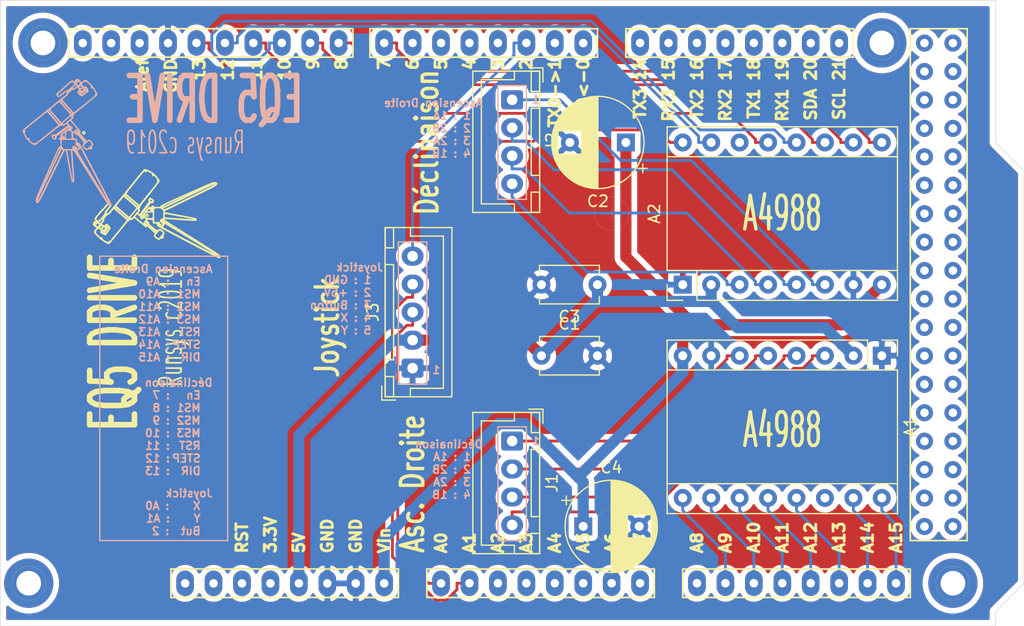
<source format=kicad_pcb>
(kicad_pcb (version 20171130) (host pcbnew 5.1.5-52549c5~84~ubuntu18.04.1)
  (layers (0 F.Cu signal) (31 B.Cu signal) (34 B.Paste user hide) (35 F.Paste user hide) (36 B.SilkS user) (37 F.SilkS user) (38 B.Mask user) (39 F.Mask user) (44 Edge.Cuts user))
  (net 0 "")
  (net 1 "Net-(SH1-Pad19)")
  (net 2 "Net-(SH1-Pad18)")
  (net 3 "Net-(SH1-Pad17)")
  (net 4 "Net-(SH1-Pad16)")
  (net 5 "Net-(SH1-Pad15)")
  (net 6 "Net-(SH1-Pad14)")
  (net 7 /13)
  (net 8 /12)
  (net 9 /11)
  (net 10 /10)
  (net 11 /9)
  (net 12 /8)
  (net 13 /7)
  (net 14 "Net-(SH1-Pad6)")
  (net 15 "Net-(SH1-Pad5)")
  (net 16 "Net-(SH1-Pad4)")
  (net 17 "Net-(SH1-Pad3)")
  (net 18 "Net-(SH1-Pad1)")
  (net 19 /A15)
  (net 20 /A14)
  (net 21 /A13)
  (net 22 /A12)
  (net 23 /A11)
  (net 24 /A10)
  (net 25 /A9)
  (net 26 "Net-(SH1-PadA8)")
  (net 27 "Net-(SH1-PadA7)")
  (net 28 "Net-(SH1-PadA6)")
  (net 29 "Net-(SH1-PadA5)")
  (net 30 "Net-(SH1-PadA4)")
  (net 31 "Net-(SH1-PadA3)")
  (net 32 "Net-(SH1-PadA2)")
  (net 33 "Net-(SH1-Pad21/2)")
  (net 34 "Net-(SH1-Pad20/2)")
  (net 35 "Net-(SH1-PadAREF)")
  (net 36 "Net-(SH1-Pad0)")
  (net 37 "Net-(SH1-Pad20/1)")
  (net 38 "Net-(SH1-Pad21/1)")
  (net 39 "Net-(SH1-Pad5V/3)")
  (net 40 "Net-(SH1-Pad5V/2)")
  (net 41 "Net-(SH1-Pad49)")
  (net 42 "Net-(SH1-Pad48)")
  (net 43 "Net-(SH1-Pad47)")
  (net 44 "Net-(SH1-Pad46)")
  (net 45 "Net-(SH1-Pad45)")
  (net 46 "Net-(SH1-Pad44)")
  (net 47 "Net-(SH1-Pad43)")
  (net 48 "Net-(SH1-Pad42)")
  (net 49 "Net-(SH1-Pad41)")
  (net 50 "Net-(SH1-Pad40)")
  (net 51 "Net-(SH1-Pad39)")
  (net 52 "Net-(SH1-Pad38)")
  (net 53 "Net-(SH1-Pad37)")
  (net 54 "Net-(SH1-Pad36)")
  (net 55 "Net-(SH1-Pad35)")
  (net 56 "Net-(SH1-Pad34)")
  (net 57 "Net-(SH1-Pad33)")
  (net 58 "Net-(SH1-Pad32)")
  (net 59 "Net-(SH1-Pad31)")
  (net 60 "Net-(SH1-Pad30)")
  (net 61 "Net-(SH1-Pad29)")
  (net 62 "Net-(SH1-Pad28)")
  (net 63 "Net-(SH1-Pad27)")
  (net 64 "Net-(SH1-Pad26)")
  (net 65 "Net-(SH1-Pad25)")
  (net 66 "Net-(SH1-Pad24)")
  (net 67 "Net-(SH1-Pad23)")
  (net 68 "Net-(SH1-Pad22)")
  (net 69 "Net-(SH1-Pad53)")
  (net 70 "Net-(SH1-Pad52)")
  (net 71 "Net-(SH1-Pad51)")
  (net 72 "Net-(SH1-Pad50)")
  (net 73 "Net-(SH1-PadGND4)")
  (net 74 "Net-(SH1-Pad3V3)")
  (net 75 "Net-(SH1-PadRST)")
  (net 76 "Net-(SH1-PadIREF)")
  (net 77 "Net-(SH1-PadNC)")
  (net 78 "Net-(A1-Pad3)")
  (net 79 "Net-(A1-Pad4)")
  (net 80 "Net-(A1-Pad5)")
  (net 81 "Net-(A1-Pad6)")
  (net 82 "Net-(A1-Pad14)")
  (net 83 "Net-(A2-Pad3)")
  (net 84 "Net-(A2-Pad4)")
  (net 85 "Net-(A2-Pad5)")
  (net 86 "Net-(A2-Pad6)")
  (net 87 "Net-(A2-Pad14)")
  (net 88 GND)
  (net 89 +5V)
  (net 90 +12V)
  (net 91 "Net-(J3-Pad3)")
  (net 92 "Net-(J3-Pad4)")
  (net 93 "Net-(J3-Pad5)")
  (module Connector_JST:JST_XH_B5B-XH-A_1x05_P2.50mm_Vertical (layer F.Cu) (at 128.27 95.09 90)
    (fp_text reference J3 (at 5 -3.55 90) (layer F.SilkS))
    (fp_text value Conn_01x05_Male)
    (pad 5 thru_hole oval (at 10 0 90) (size 1.7 1.95) (drill 0.95) (layers *.Cu *.Mask) (net 93 "Net-(J3-Pad5)"))
    (pad 4 thru_hole oval (at 7.5 0 90) (size 1.7 1.95) (drill 0.95) (layers *.Cu *.Mask) (net 92 "Net-(J3-Pad4)"))
    (pad 3 thru_hole oval (at 5 0 90) (size 1.7 1.95) (drill 0.95) (layers *.Cu *.Mask) (net 91 "Net-(J3-Pad3)"))
    (pad 2 thru_hole oval (at 2.5 0 90) (size 1.7 1.95) (drill 0.95) (layers *.Cu *.Mask) (net 89 +5V))
    (pad 1 thru_hole roundrect (at 0 0 90) (size 1.7 1.95) (drill 0.95) (layers *.Cu *.Mask) (roundrect_rratio 0.147059) (net 88 GND))
  )
  (module Connector_JST:JST_XH_B4B-XH-A_1x04_P2.50mm_Vertical (layer F.Cu) (at 137.16 71.12 270)
    (fp_text reference J2 (at 3.75 -3.55 90) (layer F.SilkS))
    (fp_text value Conn_01x04_Male)
    (pad 4 thru_hole oval (at 7.5 0 270) (size 1.7 1.95) (drill 0.95) (layers *.Cu *.Mask) (net 83 "Net-(A2-Pad3)"))
    (pad 3 thru_hole oval (at 5 0 270) (size 1.7 1.95) (drill 0.95) (layers *.Cu *.Mask) (net 84 "Net-(A2-Pad4)"))
    (pad 2 thru_hole oval (at 2.5 0 270) (size 1.7 1.95) (drill 0.95) (layers *.Cu *.Mask) (net 85 "Net-(A2-Pad5)"))
    (pad 1 thru_hole roundrect (at 0 0 270) (size 1.7 1.95) (drill 0.95) (layers *.Cu *.Mask) (roundrect_rratio 0.147059) (net 86 "Net-(A2-Pad6)"))
  )
  (module Connector_JST:JST_XH_B4B-XH-A_1x04_P2.50mm_Vertical (layer F.Cu) (at 137.16 101.6 270)
    (fp_text reference J1 (at 3.75 -3.55 90) (layer F.SilkS))
    (fp_text value Conn_01x04_Male)
    (pad 4 thru_hole oval (at 7.5 0 270) (size 1.7 1.95) (drill 0.95) (layers *.Cu *.Mask) (net 78 "Net-(A1-Pad3)"))
    (pad 3 thru_hole oval (at 5 0 270) (size 1.7 1.95) (drill 0.95) (layers *.Cu *.Mask) (net 79 "Net-(A1-Pad4)"))
    (pad 2 thru_hole oval (at 2.5 0 270) (size 1.7 1.95) (drill 0.95) (layers *.Cu *.Mask) (net 80 "Net-(A1-Pad5)"))
    (pad 1 thru_hole roundrect (at 0 0 270) (size 1.7 1.95) (drill 0.95) (layers *.Cu *.Mask) (roundrect_rratio 0.147059) (net 81 "Net-(A1-Pad6)"))
  )
  (module Capacitor_THT:C_Disc_D5.1mm_W3.2mm_P5.00mm (layer F.Cu) (at 144.78 87.63 180)
    (fp_text reference C3 (at 2.5 -2.85) (layer F.SilkS))
    (fp_text value 100n)
    (pad 2 thru_hole circle (at 5 0 180) (size 1.6 1.6) (drill 0.8) (layers *.Cu *.Mask) (net 88 GND))
    (pad 1 thru_hole circle (at 0 0 180) (size 1.6 1.6) (drill 0.8) (layers *.Cu *.Mask) (net 89 +5V))
  )
  (module Capacitor_THT:C_Disc_D5.1mm_W3.2mm_P5.00mm (layer F.Cu) (at 139.78 93.98)
    (fp_text reference C1 (at 2.5 -2.85) (layer F.SilkS))
    (fp_text value 100n)
    (pad 2 thru_hole circle (at 5 0) (size 1.6 1.6) (drill 0.8) (layers *.Cu *.Mask) (net 88 GND))
    (pad 1 thru_hole circle (at 0 0) (size 1.6 1.6) (drill 0.8) (layers *.Cu *.Mask) (net 89 +5V))
  )
  (module logo:tele (layer F.Cu) (at 99.06 74.93)
    (fp_text reference G1 hide)
    (fp_text value LOGO hide)
  )
  (module logo:tele (layer F.Cu) (at 105.41 81.28 90)
    (fp_text reference G0 hide)
    (fp_text value LOGO hide)
  )
  (module Capacitor_THT:CP_Radial_D8.0mm_P5.00mm (layer F.Cu) (at 143.51 109.22)
    (fp_text reference C4 (at 2.5 -5.25) (layer F.SilkS))
    (fp_text value 100u)
    (pad 2 thru_hole circle (at 5 0) (size 1.6 1.6) (drill 0.8) (layers *.Cu *.Mask) (net 88 GND))
    (pad 1 thru_hole rect (at 0 0) (size 1.6 1.6) (drill 0.8) (layers *.Cu *.Mask) (net 90 +12V))
  )
  (module Capacitor_THT:CP_Radial_D8.0mm_P5.00mm (layer F.Cu) (at 147.32 74.93 180)
    (fp_text reference C2 (at 2.5 -5.25) (layer F.SilkS))
    (fp_text value 100u)
    (pad 2 thru_hole circle (at 5 0 180) (size 1.6 1.6) (drill 0.8) (layers *.Cu *.Mask) (net 88 GND))
    (pad 1 thru_hole rect (at 0 0 180) (size 1.6 1.6) (drill 0.8) (layers *.Cu *.Mask) (net 90 +12V))
  )
  (module MountingHole:MountingHole_2.2mm_M2_Pad (layer F.Cu) (at 176.53 114.3)
    (fp_text reference REF2 hide)
    (fp_text value MountingHole_2.2mm_M2_Pad)
    (pad 1 thru_hole circle (at 0 0) (size 4.4 4.4) (drill 2.2) (layers *.Cu *.Mask))
  )
  (module MountingHole:MountingHole_2.2mm_M2_Pad (layer F.Cu) (at 170.18 66.04)
    (fp_text reference REF3 hide)
    (fp_text value MountingHole_2.2mm_M2_Pad)
    (pad 1 thru_hole circle (at 0 0) (size 4.4 4.4) (drill 2.2) (layers *.Cu *.Mask))
  )
  (module MountingHole:MountingHole_2.2mm_M2_Pad (layer F.Cu) (at 93.98 114.3)
    (fp_text reference REF1 hide)
    (fp_text value MountingHole_2.2mm_M2_Pad)
    (pad 1 thru_hole circle (at 0 0) (size 4.4 4.4) (drill 2.2) (layers *.Cu *.Mask))
  )
  (module MountingHole:MountingHole_2.2mm_M2_Pad (layer F.Cu) (at 95.25 66.04)
    (fp_text reference REF** hide)
    (fp_text value MountingHole_2.2mm_M2_Pad)
    (pad 1 thru_hole circle (at 0 0) (size 4.4 4.4) (drill 2.2) (layers *.Cu *.Mask))
  )
  (module Modules:Pololu_Breakout-16_15.2x20.3mm (layer F.Cu) (at 152.4 87.63 90)
    (fp_text reference A2 (at 6.35 -2.54 90) (layer F.SilkS))
    (fp_text value Pololu_Breakout_A4988)
    (pad 1 thru_hole rect (at 0 0 90) (size 1.6 1.6) (drill 0.8) (layers *.Cu *.Mask) (net 88 GND))
    (pad 9 thru_hole oval (at 12.7 17.78 90) (size 1.6 1.6) (drill 0.8) (layers *.Cu *.Mask) (net 13 /7))
    (pad 2 thru_hole oval (at 0 2.54 90) (size 1.6 1.6) (drill 0.8) (layers *.Cu *.Mask) (net 89 +5V))
    (pad 10 thru_hole oval (at 12.7 15.24 90) (size 1.6 1.6) (drill 0.8) (layers *.Cu *.Mask) (net 12 /8))
    (pad 3 thru_hole oval (at 0 5.08 90) (size 1.6 1.6) (drill 0.8) (layers *.Cu *.Mask) (net 83 "Net-(A2-Pad3)"))
    (pad 11 thru_hole oval (at 12.7 12.7 90) (size 1.6 1.6) (drill 0.8) (layers *.Cu *.Mask) (net 11 /9))
    (pad 4 thru_hole oval (at 0 7.62 90) (size 1.6 1.6) (drill 0.8) (layers *.Cu *.Mask) (net 84 "Net-(A2-Pad4)"))
    (pad 12 thru_hole oval (at 12.7 10.16 90) (size 1.6 1.6) (drill 0.8) (layers *.Cu *.Mask) (net 10 /10))
    (pad 5 thru_hole oval (at 0 10.16 90) (size 1.6 1.6) (drill 0.8) (layers *.Cu *.Mask) (net 85 "Net-(A2-Pad5)"))
    (pad 13 thru_hole oval (at 12.7 7.62 90) (size 1.6 1.6) (drill 0.8) (layers *.Cu *.Mask) (net 9 /11))
    (pad 6 thru_hole oval (at 0 12.7 90) (size 1.6 1.6) (drill 0.8) (layers *.Cu *.Mask) (net 86 "Net-(A2-Pad6)"))
    (pad 14 thru_hole oval (at 12.7 5.08 90) (size 1.6 1.6) (drill 0.8) (layers *.Cu *.Mask) (net 87 "Net-(A2-Pad14)"))
    (pad 7 thru_hole oval (at 0 15.24 90) (size 1.6 1.6) (drill 0.8) (layers *.Cu *.Mask) (net 88 GND))
    (pad 15 thru_hole oval (at 12.7 2.54 90) (size 1.6 1.6) (drill 0.8) (layers *.Cu *.Mask) (net 8 /12))
    (pad 8 thru_hole oval (at 0 17.78 90) (size 1.6 1.6) (drill 0.8) (layers *.Cu *.Mask) (net 90 +12V))
    (pad 16 thru_hole oval (at 12.7 0 90) (size 1.6 1.6) (drill 0.8) (layers *.Cu *.Mask) (net 7 /13))
  )
  (module Modules:Pololu_Breakout-16_15.2x20.3mm (layer F.Cu) (at 170.18 93.98 270)
    (fp_text reference A1 (at 6.35 -2.54 90) (layer F.SilkS))
    (fp_text value Pololu_Breakout_A4988)
    (pad 1 thru_hole rect (at 0 0 270) (size 1.6 1.6) (drill 0.8) (layers *.Cu *.Mask) (net 88 GND))
    (pad 9 thru_hole oval (at 12.7 17.78 270) (size 1.6 1.6) (drill 0.8) (layers *.Cu *.Mask) (net 25 /A9))
    (pad 2 thru_hole oval (at 0 2.54 270) (size 1.6 1.6) (drill 0.8) (layers *.Cu *.Mask) (net 89 +5V))
    (pad 10 thru_hole oval (at 12.7 15.24 270) (size 1.6 1.6) (drill 0.8) (layers *.Cu *.Mask) (net 24 /A10))
    (pad 3 thru_hole oval (at 0 5.08 270) (size 1.6 1.6) (drill 0.8) (layers *.Cu *.Mask) (net 78 "Net-(A1-Pad3)"))
    (pad 11 thru_hole oval (at 12.7 12.7 270) (size 1.6 1.6) (drill 0.8) (layers *.Cu *.Mask) (net 23 /A11))
    (pad 4 thru_hole oval (at 0 7.62 270) (size 1.6 1.6) (drill 0.8) (layers *.Cu *.Mask) (net 79 "Net-(A1-Pad4)"))
    (pad 12 thru_hole oval (at 12.7 10.16 270) (size 1.6 1.6) (drill 0.8) (layers *.Cu *.Mask) (net 22 /A12))
    (pad 5 thru_hole oval (at 0 10.16 270) (size 1.6 1.6) (drill 0.8) (layers *.Cu *.Mask) (net 80 "Net-(A1-Pad5)"))
    (pad 13 thru_hole oval (at 12.7 7.62 270) (size 1.6 1.6) (drill 0.8) (layers *.Cu *.Mask) (net 21 /A13))
    (pad 6 thru_hole oval (at 0 12.7 270) (size 1.6 1.6) (drill 0.8) (layers *.Cu *.Mask) (net 81 "Net-(A1-Pad6)"))
    (pad 14 thru_hole oval (at 12.7 5.08 270) (size 1.6 1.6) (drill 0.8) (layers *.Cu *.Mask) (net 82 "Net-(A1-Pad14)"))
    (pad 7 thru_hole oval (at 0 15.24 270) (size 1.6 1.6) (drill 0.8) (layers *.Cu *.Mask) (net 88 GND))
    (pad 15 thru_hole oval (at 12.7 2.54 270) (size 1.6 1.6) (drill 0.8) (layers *.Cu *.Mask) (net 20 /A14))
    (pad 8 thru_hole oval (at 0 17.78 270) (size 1.6 1.6) (drill 0.8) (layers *.Cu *.Mask) (net 90 +12V))
    (pad 16 thru_hole oval (at 12.7 0 270) (size 1.6 1.6) (drill 0.8) (layers *.Cu *.Mask) (net 19 /A15))
  )
  (module SHIELD_ARDUINO:ARDUINO_MEGA_2560_R3_ELL (layer F.Cu) (at 130.81 90.17)
    (fp_text reference SH1 hide)
    (fp_text value ARDUINO_MEGA hide)
    (pad 19 thru_hole oval (at 30.48 -24.13) (size 1.5748 2.286) (drill 0.762) (layers *.Cu *.Mask) (net 1 "Net-(SH1-Pad19)"))
    (pad 18 thru_hole oval (at 27.94 -24.13) (size 1.5748 2.286) (drill 0.762) (layers *.Cu *.Mask) (net 2 "Net-(SH1-Pad18)"))
    (pad 17 thru_hole oval (at 25.4 -24.13) (size 1.5748 2.286) (drill 0.762) (layers *.Cu *.Mask) (net 3 "Net-(SH1-Pad17)"))
    (pad 16 thru_hole oval (at 22.86 -24.13) (size 1.5748 2.286) (drill 0.762) (layers *.Cu *.Mask) (net 4 "Net-(SH1-Pad16)"))
    (pad 15 thru_hole oval (at 20.32 -24.13) (size 1.5748 2.286) (drill 0.762) (layers *.Cu *.Mask) (net 5 "Net-(SH1-Pad15)"))
    (pad 14 thru_hole oval (at 17.78 -24.13) (size 1.5748 2.286) (drill 0.762) (layers *.Cu *.Mask) (net 6 "Net-(SH1-Pad14)"))
    (pad 13 thru_hole oval (at -21.844 -24.13) (size 1.5748 2.286) (drill 0.762) (layers *.Cu *.Mask) (net 7 /13))
    (pad 12 thru_hole oval (at -19.304 -24.13) (size 1.5748 2.286) (drill 0.762) (layers *.Cu *.Mask) (net 8 /12))
    (pad 11 thru_hole oval (at -16.764 -24.13) (size 1.5748 2.286) (drill 0.762) (layers *.Cu *.Mask) (net 9 /11))
    (pad 10 thru_hole oval (at -14.224 -24.13) (size 1.5748 2.286) (drill 0.762) (layers *.Cu *.Mask) (net 10 /10))
    (pad 9 thru_hole oval (at -11.684 -24.13) (size 1.5748 2.286) (drill 0.762) (layers *.Cu *.Mask) (net 11 /9))
    (pad 8 thru_hole oval (at -9.144 -24.13) (size 1.5748 2.286) (drill 0.762) (layers *.Cu *.Mask) (net 12 /8))
    (pad 7 thru_hole oval (at -5.08 -24.13) (size 1.5748 2.286) (drill 0.762) (layers *.Cu *.Mask) (net 13 /7))
    (pad 6 thru_hole oval (at -2.54 -24.13) (size 1.5748 2.286) (drill 0.762) (layers *.Cu *.Mask) (net 14 "Net-(SH1-Pad6)"))
    (pad 5 thru_hole oval (at 0 -24.13) (size 1.5748 2.286) (drill 0.762) (layers *.Cu *.Mask) (net 15 "Net-(SH1-Pad5)"))
    (pad 4 thru_hole oval (at 2.54 -24.13) (size 1.5748 2.286) (drill 0.762) (layers *.Cu *.Mask) (net 16 "Net-(SH1-Pad4)"))
    (pad 3 thru_hole oval (at 5.08 -24.13) (size 1.5748 2.286) (drill 0.762) (layers *.Cu *.Mask) (net 17 "Net-(SH1-Pad3)"))
    (pad 2 thru_hole oval (at 7.62 -24.13) (size 1.5748 2.286) (drill 0.762) (layers *.Cu *.Mask) (net 93 "Net-(J3-Pad5)"))
    (pad 1 thru_hole oval (at 10.16 -24.13) (size 1.5748 2.286) (drill 0.762) (layers *.Cu *.Mask) (net 18 "Net-(SH1-Pad1)"))
    (pad A15 thru_hole oval (at 40.64 24.13) (size 1.5748 2.286) (drill 0.762) (layers *.Cu *.Mask) (net 19 /A15))
    (pad A14 thru_hole oval (at 38.1 24.13) (size 1.5748 2.286) (drill 0.762) (layers *.Cu *.Mask) (net 20 /A14))
    (pad A13 thru_hole oval (at 35.56 24.13) (size 1.5748 2.286) (drill 0.762) (layers *.Cu *.Mask) (net 21 /A13))
    (pad A12 thru_hole oval (at 33.02 24.13) (size 1.5748 2.286) (drill 0.762) (layers *.Cu *.Mask) (net 22 /A12))
    (pad A11 thru_hole oval (at 30.48 24.13) (size 1.5748 2.286) (drill 0.762) (layers *.Cu *.Mask) (net 23 /A11))
    (pad A10 thru_hole oval (at 27.94 24.13) (size 1.5748 2.286) (drill 0.762) (layers *.Cu *.Mask) (net 24 /A10))
    (pad A9 thru_hole oval (at 25.4 24.13) (size 1.5748 2.286) (drill 0.762) (layers *.Cu *.Mask) (net 25 /A9))
    (pad A8 thru_hole oval (at 22.86 24.13) (size 1.5748 2.286) (drill 0.762) (layers *.Cu *.Mask) (net 26 "Net-(SH1-PadA8)"))
    (pad A7 thru_hole oval (at 17.78 24.13) (size 1.5748 2.286) (drill 0.762) (layers *.Cu *.Mask) (net 27 "Net-(SH1-PadA7)"))
    (pad A6 thru_hole oval (at 15.24 24.13) (size 1.5748 2.286) (drill 0.762) (layers *.Cu *.Mask) (net 28 "Net-(SH1-PadA6)"))
    (pad A5 thru_hole oval (at 12.7 24.13) (size 1.5748 2.286) (drill 0.762) (layers *.Cu *.Mask) (net 29 "Net-(SH1-PadA5)"))
    (pad A4 thru_hole oval (at 10.16 24.13) (size 1.5748 2.286) (drill 0.762) (layers *.Cu *.Mask) (net 30 "Net-(SH1-PadA4)"))
    (pad A3 thru_hole oval (at 7.62 24.13) (size 1.5748 2.286) (drill 0.762) (layers *.Cu *.Mask) (net 31 "Net-(SH1-PadA3)"))
    (pad A2 thru_hole oval (at 5.08 24.13) (size 1.5748 2.286) (drill 0.762) (layers *.Cu *.Mask) (net 32 "Net-(SH1-PadA2)"))
    (pad A1 thru_hole oval (at 2.54 24.13) (size 1.5748 2.286) (drill 0.762) (layers *.Cu *.Mask) (net 92 "Net-(J3-Pad4)"))
    (pad 21/2 thru_hole oval (at -32.004 -24.1173) (size 1.5748 2.286) (drill 0.762) (layers *.Cu *.Mask) (net 33 "Net-(SH1-Pad21/2)"))
    (pad 20/2 thru_hole oval (at -29.464 -24.1173) (size 1.5748 2.286) (drill 0.762) (layers *.Cu *.Mask) (net 34 "Net-(SH1-Pad20/2)"))
    (pad AREF thru_hole oval (at -26.924 -24.1173) (size 1.5748 2.286) (drill 0.762) (layers *.Cu *.Mask) (net 35 "Net-(SH1-PadAREF)"))
    (pad GND3 thru_hole oval (at -24.384 -24.1173) (size 1.5748 2.286) (drill 0.762) (layers *.Cu *.Mask) (net 88 GND))
    (pad 0 thru_hole oval (at 12.7 -24.1173) (size 1.5748 2.286) (drill 0.762) (layers *.Cu *.Mask) (net 36 "Net-(SH1-Pad0)"))
    (pad 20/1 thru_hole oval (at 33.02 -24.1173) (size 1.5748 2.286) (drill 0.762) (layers *.Cu *.Mask) (net 37 "Net-(SH1-Pad20/1)"))
    (pad 21/1 thru_hole oval (at 35.56 -24.1173) (size 1.5748 2.286) (drill 0.762) (layers *.Cu *.Mask) (net 38 "Net-(SH1-Pad21/1)"))
    (pad 5V/3 thru_hole circle (at 45.72 -24.1173) (size 1.524 1.524) (drill 0.762) (layers *.Cu *.Mask) (net 39 "Net-(SH1-Pad5V/3)"))
    (pad 5V/2 thru_hole circle (at 43.18 -24.1173) (size 1.524 1.524) (drill 0.762) (layers *.Cu *.Mask) (net 40 "Net-(SH1-Pad5V/2)"))
    (pad 49 thru_hole circle (at 45.72 11.4427) (size 1.524 1.524) (drill 0.762) (layers *.Cu *.Mask) (net 41 "Net-(SH1-Pad49)"))
    (pad 48 thru_hole circle (at 43.18 11.4427) (size 1.524 1.524) (drill 0.762) (layers *.Cu *.Mask) (net 42 "Net-(SH1-Pad48)"))
    (pad 47 thru_hole circle (at 45.72 8.9027) (size 1.524 1.524) (drill 0.762) (layers *.Cu *.Mask) (net 43 "Net-(SH1-Pad47)"))
    (pad 46 thru_hole circle (at 43.18 8.9027) (size 1.524 1.524) (drill 0.762) (layers *.Cu *.Mask) (net 44 "Net-(SH1-Pad46)"))
    (pad 45 thru_hole circle (at 45.72 6.3627) (size 1.524 1.524) (drill 0.762) (layers *.Cu *.Mask) (net 45 "Net-(SH1-Pad45)"))
    (pad 44 thru_hole circle (at 43.18 6.3627) (size 1.524 1.524) (drill 0.762) (layers *.Cu *.Mask) (net 46 "Net-(SH1-Pad44)"))
    (pad 43 thru_hole circle (at 45.72 3.8227) (size 1.524 1.524) (drill 0.762) (layers *.Cu *.Mask) (net 47 "Net-(SH1-Pad43)"))
    (pad 42 thru_hole circle (at 43.18 3.8227) (size 1.524 1.524) (drill 0.762) (layers *.Cu *.Mask) (net 48 "Net-(SH1-Pad42)"))
    (pad 41 thru_hole circle (at 45.72 1.2827) (size 1.524 1.524) (drill 0.762) (layers *.Cu *.Mask) (net 49 "Net-(SH1-Pad41)"))
    (pad 40 thru_hole circle (at 43.18 1.2827) (size 1.524 1.524) (drill 0.762) (layers *.Cu *.Mask) (net 50 "Net-(SH1-Pad40)"))
    (pad 39 thru_hole circle (at 45.72 -1.2573) (size 1.524 1.524) (drill 0.762) (layers *.Cu *.Mask) (net 51 "Net-(SH1-Pad39)"))
    (pad 38 thru_hole circle (at 43.18 -1.2573) (size 1.524 1.524) (drill 0.762) (layers *.Cu *.Mask) (net 52 "Net-(SH1-Pad38)"))
    (pad 37 thru_hole circle (at 45.72 -3.7973) (size 1.524 1.524) (drill 0.762) (layers *.Cu *.Mask) (net 53 "Net-(SH1-Pad37)"))
    (pad 36 thru_hole circle (at 43.18 -3.7973) (size 1.524 1.524) (drill 0.762) (layers *.Cu *.Mask) (net 54 "Net-(SH1-Pad36)"))
    (pad 35 thru_hole circle (at 45.72 -6.3373) (size 1.524 1.524) (drill 0.762) (layers *.Cu *.Mask) (net 55 "Net-(SH1-Pad35)"))
    (pad 34 thru_hole circle (at 43.18 -6.3373) (size 1.524 1.524) (drill 0.762) (layers *.Cu *.Mask) (net 56 "Net-(SH1-Pad34)"))
    (pad 33 thru_hole circle (at 45.72 -8.8773) (size 1.524 1.524) (drill 0.762) (layers *.Cu *.Mask) (net 57 "Net-(SH1-Pad33)"))
    (pad 32 thru_hole circle (at 43.18 -8.8773) (size 1.524 1.524) (drill 0.762) (layers *.Cu *.Mask) (net 58 "Net-(SH1-Pad32)"))
    (pad 31 thru_hole circle (at 45.72 -11.4173) (size 1.524 1.524) (drill 0.762) (layers *.Cu *.Mask) (net 59 "Net-(SH1-Pad31)"))
    (pad 30 thru_hole circle (at 43.18 -11.4173) (size 1.524 1.524) (drill 0.762) (layers *.Cu *.Mask) (net 60 "Net-(SH1-Pad30)"))
    (pad 29 thru_hole circle (at 45.72 -13.9573) (size 1.524 1.524) (drill 0.762) (layers *.Cu *.Mask) (net 61 "Net-(SH1-Pad29)"))
    (pad 28 thru_hole circle (at 43.18 -13.9573) (size 1.524 1.524) (drill 0.762) (layers *.Cu *.Mask) (net 62 "Net-(SH1-Pad28)"))
    (pad 27 thru_hole circle (at 45.72 -16.4973) (size 1.524 1.524) (drill 0.762) (layers *.Cu *.Mask) (net 63 "Net-(SH1-Pad27)"))
    (pad 26 thru_hole circle (at 43.18 -16.4973) (size 1.524 1.524) (drill 0.762) (layers *.Cu *.Mask) (net 64 "Net-(SH1-Pad26)"))
    (pad 25 thru_hole circle (at 45.72 -19.0373) (size 1.524 1.524) (drill 0.762) (layers *.Cu *.Mask) (net 65 "Net-(SH1-Pad25)"))
    (pad 24 thru_hole circle (at 43.18 -19.0373) (size 1.524 1.524) (drill 0.762) (layers *.Cu *.Mask) (net 66 "Net-(SH1-Pad24)"))
    (pad 23 thru_hole circle (at 45.72 -21.5773) (size 1.524 1.524) (drill 0.762) (layers *.Cu *.Mask) (net 67 "Net-(SH1-Pad23)"))
    (pad 22 thru_hole circle (at 43.18 -21.5773) (size 1.524 1.524) (drill 0.762) (layers *.Cu *.Mask) (net 68 "Net-(SH1-Pad22)"))
    (pad 53 thru_hole circle (at 45.72 16.5227) (size 1.524 1.524) (drill 0.762) (layers *.Cu *.Mask) (net 69 "Net-(SH1-Pad53)"))
    (pad 52 thru_hole circle (at 43.18 16.5227) (size 1.524 1.524) (drill 0.762) (layers *.Cu *.Mask) (net 70 "Net-(SH1-Pad52)"))
    (pad 51 thru_hole circle (at 45.72 13.9827) (size 1.524 1.524) (drill 0.762) (layers *.Cu *.Mask) (net 71 "Net-(SH1-Pad51)"))
    (pad 50 thru_hole circle (at 43.18 13.9827) (size 1.524 1.524) (drill 0.762) (layers *.Cu *.Mask) (net 72 "Net-(SH1-Pad50)"))
    (pad GND5 thru_hole circle (at 45.72 19.0627) (size 1.524 1.524) (drill 0.762) (layers *.Cu *.Mask))
    (pad GND4 thru_hole circle (at 43.18 19.0627) (size 1.524 1.524) (drill 0.762) (layers *.Cu *.Mask) (net 73 "Net-(SH1-PadGND4)"))
    (pad A0 thru_hole oval (at 0 24.1427) (size 1.5748 2.286) (drill 0.762) (layers *.Cu *.Mask) (net 91 "Net-(J3-Pad3)"))
    (pad VIN thru_hole oval (at -5.08 24.1427) (size 1.5748 2.286) (drill 0.762) (layers *.Cu *.Mask) (net 90 +12V))
    (pad GND2 thru_hole oval (at -7.62 24.1427) (size 1.5748 2.286) (drill 0.762) (layers *.Cu *.Mask) (net 88 GND))
    (pad GND1 thru_hole oval (at -10.16 24.1427) (size 1.5748 2.286) (drill 0.762) (layers *.Cu *.Mask) (net 88 GND))
    (pad 5V/1 thru_hole oval (at -12.7 24.1427) (size 1.5748 2.286) (drill 0.762) (layers *.Cu *.Mask) (net 89 +5V))
    (pad 3V3 thru_hole oval (at -15.24 24.1427) (size 1.5748 2.286) (drill 0.762) (layers *.Cu *.Mask) (net 74 "Net-(SH1-Pad3V3)"))
    (pad RST thru_hole oval (at -17.78 24.1427) (size 1.5748 2.286) (drill 0.762) (layers *.Cu *.Mask) (net 75 "Net-(SH1-PadRST)"))
    (pad IREF thru_hole oval (at -20.32 24.1427) (size 1.5748 2.286) (drill 0.762) (layers *.Cu *.Mask) (net 76 "Net-(SH1-PadIREF)"))
    (pad NC thru_hole oval (at -22.86 24.1427) (size 1.5748 2.286) (drill 0.762) (layers *.Cu *.Mask) (net 77 "Net-(SH1-PadNC)"))
  )
  (gr_line (start 111.76 85.09) (end 111.76 110.49) (layer B.SilkS) (width 0.12))
  (gr_line (start 100.33 85.09) (end 111.76 85.09) (layer B.SilkS) (width 0.12))
  (gr_line (start 100.33 110.49) (end 100.33 85.09) (layer B.SilkS) (width 0.12))
  (gr_line (start 111.76 110.49) (end 100.33 110.49) (layer B.SilkS) (width 0.12))
  (gr_line (start 180.34 118.11) (end 180.34 116.84) (layer Edge.Cuts) (width 0.05))
  (gr_line (start 180.34 118.11) (end 91.44 118.11) (layer Edge.Cuts) (width 0.05))
  (gr_line (start 182.88 77.47) (end 182.88 81.28) (layer Edge.Cuts) (width 0.05))
  (gr_line (start 180.34 74.93) (end 182.88 77.47) (layer Edge.Cuts) (width 0.05))
  (gr_line (start 180.34 62.23) (end 180.34 74.93) (layer Edge.Cuts) (width 0.05))
  (gr_line (start 182.88 114.3) (end 182.88 81.28) (layer Edge.Cuts) (width 0.05))
  (gr_line (start 180.34 116.84) (end 182.88 114.3) (layer Edge.Cuts) (width 0.05))
  (gr_text "\n: 7\n: 8\n: 9\n: 10\n: 11  \n: 12\n: 13" (at 106.68 100.33) (layer B.SilkS) (effects (font (size 0.7 0.7)) (justify left mirror)))
  (gr_text "\n: A9\n: A10\n: A11\n: A12\n: A13  \n: A14\n: A15" (at 106.68 90.17) (layer B.SilkS) (effects (font (size 0.7 0.7)) (justify left mirror)))
  (gr_text 1 (at 130.81 95.25) (layer B.SilkS) (effects (font (size 0.7 0.7)) (justify left mirror)))
  (gr_text 1 (at 139.7 101.6) (layer B.SilkS) (effects (font (size 0.7 0.7)) (justify left mirror)))
  (gr_text 1 (at 139.7 71.12) (layer B.SilkS) (effects (font (size 0.7 0.7)) (justify left mirror)))
  (gr_text "Joystick\n  1 : GND\n  2 : +5V\n  3 : Button\n  4 : X\n  5 : Y\n" (at 125.73 88.9) (layer B.SilkS) (effects (font (size 0.7 0.7)) (justify left mirror)))
  (gr_text "Déclinaison\n  En\n  MS1\n  MS2\n  MS3\n  RST\n  STEP\n  DIR" (at 110.49 100.33) (layer B.SilkS) (effects (font (size 0.7 0.7)) (justify left mirror)))
  (gr_text "Ascension Droite\n  En\n  MS1\n  MS2\n  MS3\n  RST  \n  STEP\n  DIR" (at 110.49 90.17) (layer B.SilkS) (effects (font (size 0.7 0.7)) (justify left mirror)))
  (gr_text "Joystick\n  X    : A0\n  Y    : A1\n  But  : 2\n" (at 110.49 107.95) (layer B.SilkS) (effects (font (size 0.7 0.7)) (justify left mirror)))
  (gr_line (start 127 96.52) (end 129.54 96.52) (layer B.SilkS) (width 0.12))
  (gr_line (start 129.54 96.52) (end 129.54 83.82) (layer B.SilkS) (width 0.12))
  (gr_line (start 127 83.82) (end 127 96.52) (layer B.SilkS) (width 0.12))
  (gr_line (start 129.54 83.82) (end 127 83.82) (layer B.SilkS) (width 0.12))
  (gr_line (start 138.43 100.33) (end 135.89 100.33) (layer B.SilkS) (width 0.12))
  (gr_line (start 138.43 110.49) (end 138.43 100.33) (layer B.SilkS) (width 0.12))
  (gr_line (start 135.89 110.49) (end 138.43 110.49) (layer B.SilkS) (width 0.12))
  (gr_line (start 135.89 100.33) (end 135.89 110.49) (layer B.SilkS) (width 0.12))
  (gr_line (start 135.89 69.85) (end 135.89 80.01) (layer B.SilkS) (width 0.12))
  (gr_line (start 138.43 69.85) (end 135.89 69.85) (layer B.SilkS) (width 0.12))
  (gr_line (start 138.43 80.01) (end 138.43 69.85) (layer B.SilkS) (width 0.12))
  (gr_line (start 135.89 80.01) (end 138.43 80.01) (layer B.SilkS) (width 0.12))
  (gr_text "Runsys c2019" (at 107.95 74.93) (layer B.SilkS) (effects (font (size 2 1)) (justify mirror)))
  (gr_text "EQ5 DRIVE" (at 110.49 71.12) (layer B.SilkS) (effects (font (size 4 2) (thickness 0.5)) (justify mirror)))
  (gr_text "Déclinaison\n  1 : 1A\n  2 : 2B\n  3 : 2A\n  4 : 1B" (at 134.62 104.14) (layer B.SilkS) (effects (font (size 0.7 0.7)) (justify left mirror)))
  (gr_text "Ascension Droite\n  1 : 1A\n  2 : 2B\n  3 : 2A\n  4 : 1B" (at 134.62 73.66) (layer B.SilkS) (effects (font (size 0.7 0.7)) (justify left mirror)))
  (gr_text A4988 (at 161.29 100.618087) (layer F.SilkS) (effects (font (size 3 1.5) (thickness 0.3))))
  (gr_text A4988 (at 161.29 81.28) (layer F.SilkS) (effects (font (size 3 1.5) (thickness 0.3))))
  (gr_text 8 (at 121.92 67.31 90) (layer F.SilkS) (effects (font (size 1 1) (thickness 0.25)) (justify right)))
  (gr_text 9 (at 119.38 67.31 90) (layer F.SilkS) (effects (font (size 1 1) (thickness 0.25)) (justify right)))
  (gr_text 10 (at 116.84 67.31 90) (layer F.SilkS) (effects (font (size 1 1) (thickness 0.25)) (justify right)))
  (gr_text 11 (at 114.3 67.31 90) (layer F.SilkS) (effects (font (size 1 1) (thickness 0.25)) (justify right)))
  (gr_text 12 (at 111.76 67.31 90) (layer F.SilkS) (effects (font (size 1 1) (thickness 0.25)) (justify right)))
  (gr_text 13 (at 109.22 67.31 90) (layer F.SilkS) (effects (font (size 1 1) (thickness 0.25)) (justify right)))
  (gr_text "GND\n" (at 106.68 67.31 90) (layer F.SilkS) (effects (font (size 1 1) (thickness 0.25)) (justify right)))
  (gr_text Aref (at 104.14 67.31 90) (layer F.SilkS) (effects (font (size 1 1) (thickness 0.25)) (justify right)))
  (gr_text "SCL 21\n" (at 166.37 67.31 90) (layer F.SilkS) (effects (font (size 1 1) (thickness 0.25)) (justify right)))
  (gr_text "SDA 20" (at 163.83 67.31 90) (layer F.SilkS) (effects (font (size 1 1) (thickness 0.25)) (justify right)))
  (gr_text "RX1 19" (at 161.29 67.31 90) (layer F.SilkS) (effects (font (size 1 1) (thickness 0.25)) (justify right)))
  (gr_text "TX1 18" (at 158.75 67.31 90) (layer F.SilkS) (effects (font (size 1 1) (thickness 0.25)) (justify right)))
  (gr_text "RX2 17" (at 156.21 67.31 90) (layer F.SilkS) (effects (font (size 1 1) (thickness 0.25)) (justify right)))
  (gr_text "TX2 16" (at 153.67 67.31 90) (layer F.SilkS) (effects (font (size 1 1) (thickness 0.25)) (justify right)))
  (gr_text "RX3 15" (at 151.13 67.31 90) (layer F.SilkS) (effects (font (size 1 1) (thickness 0.25)) (justify right)))
  (gr_text "TX3 14" (at 148.59 67.31 90) (layer F.SilkS) (effects (font (size 1 1) (thickness 0.25)) (justify right)))
  (gr_text RX0<-0 (at 143.51 67.31 90) (layer F.SilkS) (effects (font (size 1 1) (thickness 0.25)) (justify right)))
  (gr_text TX0->1 (at 140.97 67.31 90) (layer F.SilkS) (effects (font (size 1 1) (thickness 0.25)) (justify right)))
  (gr_text 2 (at 138.43 67.31 90) (layer F.SilkS) (effects (font (size 1 1) (thickness 0.25)) (justify right)))
  (gr_text 3 (at 135.89 67.31 90) (layer F.SilkS) (effects (font (size 1 1) (thickness 0.25)) (justify right)))
  (gr_text 4 (at 133.35 67.31 90) (layer F.SilkS) (effects (font (size 1 1) (thickness 0.25)) (justify right)))
  (gr_text 5 (at 130.81 67.31 90) (layer F.SilkS) (effects (font (size 1 1) (thickness 0.25)) (justify right)))
  (gr_text "6\n" (at 128.27 67.31 90) (layer F.SilkS) (effects (font (size 1 1) (thickness 0.25)) (justify right)))
  (gr_text 7 (at 125.73 67.31 90) (layer F.SilkS) (effects (font (size 1 1) (thickness 0.25)) (justify right)))
  (gr_text A15 (at 171.45 111.76 90) (layer F.SilkS) (effects (font (size 1 1) (thickness 0.25)) (justify left)))
  (gr_text "A14\n" (at 168.91 111.76 90) (layer F.SilkS) (effects (font (size 1 1) (thickness 0.25)) (justify left)))
  (gr_text A13 (at 166.37 111.76 90) (layer F.SilkS) (effects (font (size 1 1) (thickness 0.25)) (justify left)))
  (gr_text "A12\n" (at 163.83 111.76 90) (layer F.SilkS) (effects (font (size 1 1) (thickness 0.25)) (justify left)))
  (gr_text A11 (at 161.29 111.76 90) (layer F.SilkS) (effects (font (size 1 1) (thickness 0.25)) (justify left)))
  (gr_text A10 (at 158.75 111.76 90) (layer F.SilkS) (effects (font (size 1 1) (thickness 0.25)) (justify left)))
  (gr_text A9 (at 156.21 111.76 90) (layer F.SilkS) (effects (font (size 1 1) (thickness 0.25)) (justify left)))
  (gr_text A8 (at 153.67 111.76 90) (layer F.SilkS) (effects (font (size 1 1) (thickness 0.25)) (justify left)))
  (gr_text "A7\n" (at 148.59 111.76 90) (layer F.SilkS) (effects (font (size 1 1) (thickness 0.25)) (justify left)))
  (gr_text A6 (at 146.05 111.76 90) (layer F.SilkS) (effects (font (size 1 1) (thickness 0.25)) (justify left)))
  (gr_text A5 (at 143.51 111.76 90) (layer F.SilkS) (effects (font (size 1 1) (thickness 0.25)) (justify left)))
  (gr_text A4 (at 140.97 111.76 90) (layer F.SilkS) (effects (font (size 1 1) (thickness 0.25)) (justify left)))
  (gr_text "A3\n" (at 138.43 111.76 90) (layer F.SilkS) (effects (font (size 1 1) (thickness 0.25)) (justify left)))
  (gr_text A2 (at 135.89 111.76 90) (layer F.SilkS) (effects (font (size 1 1) (thickness 0.25)) (justify left)))
  (gr_text A1 (at 133.35 111.76 90) (layer F.SilkS) (effects (font (size 1 1) (thickness 0.25)) (justify left)))
  (gr_text A0 (at 130.81 111.76 90) (layer F.SilkS) (effects (font (size 1 1) (thickness 0.25)) (justify left)))
  (gr_text "RST\n" (at 113.03 111.76 90) (layer F.SilkS) (effects (font (size 1 1) (thickness 0.25)) (justify left)))
  (gr_text 3.3V (at 115.57 111.76 90) (layer F.SilkS) (effects (font (size 1 1) (thickness 0.25)) (justify left)))
  (gr_text 5V (at 118.11 111.76 90) (layer F.SilkS) (effects (font (size 1 1) (thickness 0.25)) (justify left)))
  (gr_text Vin (at 125.73 111.76 90) (layer F.SilkS) (effects (font (size 1 1) (thickness 0.25)) (justify left)))
  (gr_text GND (at 120.65 111.76 90) (layer F.SilkS) (effects (font (size 1 1) (thickness 0.25)) (justify left)))
  (gr_text GND (at 123.19 111.76 90) (layer F.SilkS) (effects (font (size 1 1) (thickness 0.25)) (justify left)))
  (gr_text Joystick (at 120.65 91.44 90) (layer F.SilkS) (effects (font (size 2 1.5) (thickness 0.3))))
  (gr_text Déclinaison (at 129.54 74.93 90) (layer F.SilkS) (effects (font (size 2 1.5) (thickness 0.3))))
  (gr_text "Asc. Droite" (at 128.27 105.41 90) (layer F.SilkS) (effects (font (size 2 1.5) (thickness 0.3))))
  (gr_text "Runsys c2019" (at 106.68 91.44 90) (layer F.SilkS) (effects (font (size 2 1))))
  (gr_text "EQ5 DRIVE" (at 101.6 92.71 90) (layer F.SilkS) (effects (font (size 4 2) (thickness 0.5))))
  (gr_line (start 91.44 118.11) (end 91.44 62.23) (layer Edge.Cuts) (width 0.05))
  (gr_line (start 91.44 62.23) (end 180.34 62.23) (layer Edge.Cuts) (width 0.05))
  (segment (start 152.4 74.93) (end 151.2747 74.93) (width 0.25) (layer F.Cu) (net 7))
  (segment (start 108.966 66.04) (end 110.0787 66.04) (width 0.25) (layer F.Cu) (net 7))
  (segment (start 110.0787 66.04) (end 110.0787 66.5964) (width 0.25) (layer F.Cu) (net 7))
  (segment (start 110.0787 66.5964) (end 118.3117 74.8294) (width 0.25) (layer F.Cu) (net 7))
  (segment (start 118.3117 74.8294) (end 139.0643 74.8294) (width 0.25) (layer F.Cu) (net 7))
  (segment (start 139.0643 74.8294) (end 140.089 73.8047) (width 0.25) (layer F.Cu) (net 7))
  (segment (start 140.089 73.8047) (end 150.1494 73.8047) (width 0.25) (layer F.Cu) (net 7))
  (segment (start 150.1494 73.8047) (end 151.2747 74.93) (width 0.25) (layer F.Cu) (net 7))
  (segment (start 154.94 74.93) (end 153.8147 74.93) (width 0.25) (layer B.Cu) (net 8))
  (segment (start 111.506 66.04) (end 112.6187 66.04) (width 0.25) (layer B.Cu) (net 8))
  (segment (start 112.6187 66.04) (end 112.6187 65.4837) (width 0.25) (layer B.Cu) (net 8))
  (segment (start 112.6187 65.4837) (end 113.5376 64.5648) (width 0.25) (layer B.Cu) (net 8))
  (segment (start 113.5376 64.5648) (end 144.0121 64.5648) (width 0.25) (layer B.Cu) (net 8))
  (segment (start 144.0121 64.5648) (end 153.8147 74.3674) (width 0.25) (layer B.Cu) (net 8))
  (segment (start 153.8147 74.3674) (end 153.8147 74.93) (width 0.25) (layer B.Cu) (net 8))
  (segment (start 160.02 74.93) (end 158.8947 74.93) (width 0.25) (layer F.Cu) (net 9))
  (segment (start 114.046 66.04) (end 115.1587 66.04) (width 0.25) (layer F.Cu) (net 9))
  (segment (start 115.1587 66.04) (end 115.1587 66.5963) (width 0.25) (layer F.Cu) (net 9))
  (segment (start 115.1587 66.5963) (end 120.8944 72.332) (width 0.25) (layer F.Cu) (net 9))
  (segment (start 120.8944 72.332) (end 156.578 72.332) (width 0.25) (layer F.Cu) (net 9))
  (segment (start 156.578 72.332) (end 158.8947 74.6487) (width 0.25) (layer F.Cu) (net 9))
  (segment (start 158.8947 74.6487) (end 158.8947 74.93) (width 0.25) (layer F.Cu) (net 9))
  (segment (start 162.56 74.93) (end 161.4347 74.93) (width 0.25) (layer B.Cu) (net 10))
  (segment (start 116.586 66.04) (end 115.4733 66.04) (width 0.25) (layer B.Cu) (net 10))
  (segment (start 115.4733 66.04) (end 115.4733 66.5963) (width 0.25) (layer B.Cu) (net 10))
  (segment (start 115.4733 66.5963) (end 114.5494 67.5202) (width 0.25) (layer B.Cu) (net 10))
  (segment (start 114.5494 67.5202) (end 111.0242 67.5202) (width 0.25) (layer B.Cu) (net 10))
  (segment (start 111.0242 67.5202) (end 110.3345 66.8305) (width 0.25) (layer B.Cu) (net 10))
  (segment (start 110.3345 66.8305) (end 110.3345 65.2821) (width 0.25) (layer B.Cu) (net 10))
  (segment (start 110.3345 65.2821) (end 111.5166 64.1) (width 0.25) (layer B.Cu) (net 10))
  (segment (start 111.5166 64.1) (end 144.2271 64.1) (width 0.25) (layer B.Cu) (net 10))
  (segment (start 144.2271 64.1) (end 153.9318 73.8047) (width 0.25) (layer B.Cu) (net 10))
  (segment (start 153.9318 73.8047) (end 160.5908 73.8047) (width 0.25) (layer B.Cu) (net 10))
  (segment (start 160.5908 73.8047) (end 161.4347 74.6486) (width 0.25) (layer B.Cu) (net 10))
  (segment (start 161.4347 74.6486) (end 161.4347 74.93) (width 0.25) (layer B.Cu) (net 10))
  (segment (start 165.1 74.93) (end 163.9747 74.93) (width 0.25) (layer F.Cu) (net 11))
  (segment (start 119.126 66.04) (end 120.2387 66.04) (width 0.25) (layer F.Cu) (net 11))
  (segment (start 120.2387 66.04) (end 120.2387 66.5963) (width 0.25) (layer F.Cu) (net 11))
  (segment (start 120.2387 66.5963) (end 123.4138 69.7714) (width 0.25) (layer F.Cu) (net 11))
  (segment (start 123.4138 69.7714) (end 159.0974 69.7714) (width 0.25) (layer F.Cu) (net 11))
  (segment (start 159.0974 69.7714) (end 163.9747 74.6487) (width 0.25) (layer F.Cu) (net 11))
  (segment (start 163.9747 74.6487) (end 163.9747 74.93) (width 0.25) (layer F.Cu) (net 11))
  (segment (start 166.5147 74.93) (end 166.5147 74.6801) (width 0.25) (layer F.Cu) (net 12))
  (segment (start 166.5147 74.6801) (end 161.1556 69.321) (width 0.25) (layer F.Cu) (net 12))
  (segment (start 161.1556 69.321) (end 126.0597 69.321) (width 0.25) (layer F.Cu) (net 12))
  (segment (start 126.0597 69.321) (end 122.7787 66.04) (width 0.25) (layer F.Cu) (net 12))
  (segment (start 167.64 74.93) (end 166.5147 74.93) (width 0.25) (layer F.Cu) (net 12))
  (segment (start 121.666 66.04) (end 122.7787 66.04) (width 0.25) (layer F.Cu) (net 12))
  (segment (start 170.18 74.93) (end 169.0547 74.93) (width 0.25) (layer F.Cu) (net 13))
  (segment (start 125.73 66.04) (end 126.8427 66.04) (width 0.25) (layer F.Cu) (net 13))
  (segment (start 126.8427 66.04) (end 126.8427 66.5963) (width 0.25) (layer F.Cu) (net 13))
  (segment (start 126.8427 66.5963) (end 128.8131 68.5667) (width 0.25) (layer F.Cu) (net 13))
  (segment (start 128.8131 68.5667) (end 162.9727 68.5667) (width 0.25) (layer F.Cu) (net 13))
  (segment (start 162.9727 68.5667) (end 169.0547 74.6487) (width 0.25) (layer F.Cu) (net 13))
  (segment (start 169.0547 74.6487) (end 169.0547 74.93) (width 0.25) (layer F.Cu) (net 13))
  (segment (start 170.18 106.68) (end 170.18 107.8053) (width 0.25) (layer B.Cu) (net 19))
  (segment (start 171.45 114.3) (end 171.45 109.0753) (width 0.25) (layer B.Cu) (net 19))
  (segment (start 171.45 109.0753) (end 170.18 107.8053) (width 0.25) (layer B.Cu) (net 19))
  (segment (start 167.64 106.68) (end 167.64 107.8053) (width 0.25) (layer B.Cu) (net 20))
  (segment (start 168.91 114.3) (end 168.91 109.0753) (width 0.25) (layer B.Cu) (net 20))
  (segment (start 168.91 109.0753) (end 167.64 107.8053) (width 0.25) (layer B.Cu) (net 20))
  (segment (start 162.56 106.68) (end 162.56 107.8053) (width 0.25) (layer B.Cu) (net 21))
  (segment (start 166.37 114.3) (end 166.37 111.6153) (width 0.25) (layer B.Cu) (net 21))
  (segment (start 166.37 111.6153) (end 162.56 107.8053) (width 0.25) (layer B.Cu) (net 21))
  (segment (start 160.02 106.68) (end 160.02 107.8053) (width 0.25) (layer B.Cu) (net 22))
  (segment (start 163.83 114.3) (end 163.83 111.6153) (width 0.25) (layer B.Cu) (net 22))
  (segment (start 163.83 111.6153) (end 160.02 107.8053) (width 0.25) (layer B.Cu) (net 22))
  (segment (start 157.48 106.68) (end 157.48 107.8053) (width 0.25) (layer B.Cu) (net 23))
  (segment (start 161.29 114.3) (end 161.29 111.6153) (width 0.25) (layer B.Cu) (net 23))
  (segment (start 161.29 111.6153) (end 157.48 107.8053) (width 0.25) (layer B.Cu) (net 23))
  (segment (start 154.94 106.68) (end 154.94 107.8053) (width 0.25) (layer B.Cu) (net 24))
  (segment (start 158.75 114.3) (end 158.75 111.6153) (width 0.25) (layer B.Cu) (net 24))
  (segment (start 158.75 111.6153) (end 154.94 107.8053) (width 0.25) (layer B.Cu) (net 24))
  (segment (start 152.4 106.68) (end 152.4 107.8053) (width 0.25) (layer B.Cu) (net 25))
  (segment (start 156.21 114.3) (end 156.21 111.6153) (width 0.25) (layer B.Cu) (net 25))
  (segment (start 156.21 111.6153) (end 152.4 107.8053) (width 0.25) (layer B.Cu) (net 25))
  (segment (start 137.16 109.1) (end 137.16 107.9247) (width 0.25) (layer F.Cu) (net 78))
  (segment (start 165.1 93.98) (end 163.9747 93.98) (width 0.25) (layer F.Cu) (net 78))
  (segment (start 163.9747 93.98) (end 163.9747 94.2614) (width 0.25) (layer F.Cu) (net 78))
  (segment (start 163.9747 94.2614) (end 163.1308 95.1053) (width 0.25) (layer F.Cu) (net 78))
  (segment (start 163.1308 95.1053) (end 162.2897 95.1053) (width 0.25) (layer F.Cu) (net 78))
  (segment (start 162.2897 95.1053) (end 149.4703 107.9247) (width 0.25) (layer F.Cu) (net 78))
  (segment (start 149.4703 107.9247) (end 137.16 107.9247) (width 0.25) (layer F.Cu) (net 78))
  (segment (start 162.56 93.98) (end 161.4347 93.98) (width 0.25) (layer F.Cu) (net 79))
  (segment (start 161.4347 93.98) (end 161.4347 94.2613) (width 0.25) (layer F.Cu) (net 79))
  (segment (start 161.4347 94.2613) (end 149.096 106.6) (width 0.25) (layer F.Cu) (net 79))
  (segment (start 149.096 106.6) (end 137.16 106.6) (width 0.25) (layer F.Cu) (net 79))
  (segment (start 160.02 93.98) (end 158.8947 93.98) (width 0.25) (layer F.Cu) (net 80))
  (segment (start 158.8947 93.98) (end 158.8947 94.2613) (width 0.25) (layer F.Cu) (net 80))
  (segment (start 158.8947 94.2613) (end 149.056 104.1) (width 0.25) (layer F.Cu) (net 80))
  (segment (start 149.056 104.1) (end 137.16 104.1) (width 0.25) (layer F.Cu) (net 80))
  (segment (start 157.48 93.98) (end 156.3547 93.98) (width 0.25) (layer F.Cu) (net 81))
  (segment (start 156.3547 93.98) (end 156.3547 94.2613) (width 0.25) (layer F.Cu) (net 81))
  (segment (start 156.3547 94.2613) (end 149.016 101.6) (width 0.25) (layer F.Cu) (net 81))
  (segment (start 149.016 101.6) (end 137.16 101.6) (width 0.25) (layer F.Cu) (net 81))
  (segment (start 137.16 78.62) (end 137.16 79.7953) (width 0.25) (layer B.Cu) (net 83))
  (segment (start 157.48 87.63) (end 156.3547 87.63) (width 0.25) (layer B.Cu) (net 83))
  (segment (start 156.3547 87.63) (end 156.3547 87.3486) (width 0.25) (layer B.Cu) (net 83))
  (segment (start 156.3547 87.3486) (end 155.5108 86.5047) (width 0.25) (layer B.Cu) (net 83))
  (segment (start 155.5108 86.5047) (end 143.8694 86.5047) (width 0.25) (layer B.Cu) (net 83))
  (segment (start 143.8694 86.5047) (end 137.16 79.7953) (width 0.25) (layer B.Cu) (net 83))
  (segment (start 137.16 76.12) (end 137.16 77.2953) (width 0.25) (layer B.Cu) (net 84))
  (segment (start 160.02 87.63) (end 158.8947 87.63) (width 0.25) (layer B.Cu) (net 84))
  (segment (start 158.8947 87.63) (end 158.8947 87.3487) (width 0.25) (layer B.Cu) (net 84))
  (segment (start 158.8947 87.3487) (end 152.7775 81.2315) (width 0.25) (layer B.Cu) (net 84))
  (segment (start 152.7775 81.2315) (end 142.2715 81.2315) (width 0.25) (layer B.Cu) (net 84))
  (segment (start 142.2715 81.2315) (end 138.3353 77.2953) (width 0.25) (layer B.Cu) (net 84))
  (segment (start 138.3353 77.2953) (end 137.16 77.2953) (width 0.25) (layer B.Cu) (net 84))
  (segment (start 137.16 73.62) (end 137.16 74.7953) (width 0.25) (layer B.Cu) (net 85))
  (segment (start 162.56 87.63) (end 161.4347 87.63) (width 0.25) (layer B.Cu) (net 85))
  (segment (start 161.4347 87.63) (end 161.4347 87.3487) (width 0.25) (layer B.Cu) (net 85))
  (segment (start 161.4347 87.3487) (end 151.4491 77.3631) (width 0.25) (layer B.Cu) (net 85))
  (segment (start 151.4491 77.3631) (end 140.9031 77.3631) (width 0.25) (layer B.Cu) (net 85))
  (segment (start 140.9031 77.3631) (end 138.3353 74.7953) (width 0.25) (layer B.Cu) (net 85))
  (segment (start 138.3353 74.7953) (end 137.16 74.7953) (width 0.25) (layer B.Cu) (net 85))
  (segment (start 165.1 87.63) (end 163.9747 87.63) (width 0.25) (layer B.Cu) (net 86))
  (segment (start 163.9747 87.63) (end 163.9747 87.3487) (width 0.25) (layer B.Cu) (net 86))
  (segment (start 163.9747 87.3487) (end 153.1572 76.5312) (width 0.25) (layer B.Cu) (net 86))
  (segment (start 153.1572 76.5312) (end 146.842 76.5312) (width 0.25) (layer B.Cu) (net 86))
  (segment (start 146.842 76.5312) (end 141.4308 71.12) (width 0.25) (layer B.Cu) (net 86))
  (segment (start 141.4308 71.12) (end 137.16 71.12) (width 0.25) (layer B.Cu) (net 86))
  (segment (start 167.64 93.98) (end 165.1347 91.4747) (width 1) (layer B.Cu) (net 89))
  (segment (start 165.1347 91.4747) (end 157.2844 91.4747) (width 1) (layer B.Cu) (net 89))
  (segment (start 157.2844 91.4747) (end 154.94 89.1303) (width 1) (layer B.Cu) (net 89))
  (segment (start 144.78 89.1303) (end 144.78 87.63) (width 1) (layer B.Cu) (net 89))
  (segment (start 139.78 93.98) (end 144.6297 89.1303) (width 1) (layer B.Cu) (net 89))
  (segment (start 144.6297 89.1303) (end 144.78 89.1303) (width 1) (layer B.Cu) (net 89))
  (segment (start 144.78 89.1303) (end 154.94 89.1303) (width 1) (layer B.Cu) (net 89))
  (segment (start 154.94 87.63) (end 154.94 89.1303) (width 1) (layer B.Cu) (net 89))
  (segment (start 139.78 93.98) (end 138.39 92.59) (width 1) (layer F.Cu) (net 89))
  (segment (start 138.39 92.59) (end 128.27 92.59) (width 1) (layer F.Cu) (net 89))
  (segment (start 128.27 92.59) (end 126.5947 92.59) (width 1) (layer B.Cu) (net 89))
  (segment (start 118.11 114.3127) (end 118.11 101.0747) (width 1) (layer B.Cu) (net 89))
  (segment (start 118.11 101.0747) (end 126.5947 92.59) (width 1) (layer B.Cu) (net 89))
  (segment (start 153.37 91.2117) (end 147.32 85.1617) (width 1) (layer F.Cu) (net 90))
  (segment (start 147.32 85.1617) (end 147.32 74.93) (width 1) (layer F.Cu) (net 90))
  (segment (start 170.18 87.63) (end 166.5983 91.2117) (width 1) (layer F.Cu) (net 90))
  (segment (start 166.5983 91.2117) (end 153.37 91.2117) (width 1) (layer F.Cu) (net 90))
  (segment (start 152.4 92.4797) (end 153.37 91.5097) (width 1) (layer F.Cu) (net 90))
  (segment (start 153.37 91.5097) (end 153.37 91.2117) (width 1) (layer F.Cu) (net 90))
  (segment (start 152.4 93.98) (end 152.4 92.4797) (width 1) (layer F.Cu) (net 90))
  (segment (start 143.0555 104.8248) (end 143.51 105.2794) (width 1) (layer B.Cu) (net 90))
  (segment (start 143.51 105.2794) (end 143.51 109.22) (width 1) (layer B.Cu) (net 90))
  (segment (start 125.73 114.3127) (end 125.73 110.2912) (width 1) (layer B.Cu) (net 90))
  (segment (start 125.73 110.2912) (end 135.9778 100.0434) (width 1) (layer B.Cu) (net 90))
  (segment (start 135.9778 100.0434) (end 138.274 100.0434) (width 1) (layer B.Cu) (net 90))
  (segment (start 138.274 100.0434) (end 143.0555 104.8248) (width 1) (layer B.Cu) (net 90))
  (segment (start 152.4 95.4803) (end 143.0555 104.8248) (width 1) (layer B.Cu) (net 90))
  (segment (start 152.4 93.98) (end 152.4 95.4803) (width 1) (layer B.Cu) (net 90))
  (segment (start 128.27 90.09) (end 128.27 91.2653) (width 0.25) (layer F.Cu) (net 91))
  (segment (start 130.81 114.3127) (end 129.6973 114.3127) (width 0.25) (layer F.Cu) (net 91))
  (segment (start 129.6973 114.3127) (end 126.9454 111.5608) (width 0.25) (layer F.Cu) (net 91))
  (segment (start 126.9454 111.5608) (end 126.9454 92.0757) (width 0.25) (layer F.Cu) (net 91))
  (segment (start 126.9454 92.0757) (end 127.7558 91.2653) (width 0.25) (layer F.Cu) (net 91))
  (segment (start 127.7558 91.2653) (end 128.27 91.2653) (width 0.25) (layer F.Cu) (net 91))
  (segment (start 128.27 87.59) (end 128.27 88.7653) (width 0.25) (layer F.Cu) (net 92))
  (segment (start 133.35 114.3) (end 132.2373 114.3) (width 0.25) (layer F.Cu) (net 92))
  (segment (start 132.2373 114.3) (end 132.2373 114.8563) (width 0.25) (layer F.Cu) (net 92))
  (segment (start 132.2373 114.8563) (end 131.2724 115.8212) (width 0.25) (layer F.Cu) (net 92))
  (segment (start 131.2724 115.8212) (end 130.3557 115.8212) (width 0.25) (layer F.Cu) (net 92))
  (segment (start 130.3557 115.8212) (end 126.4696 111.9351) (width 0.25) (layer F.Cu) (net 92))
  (segment (start 126.4696 111.9351) (end 126.4696 90.0515) (width 0.25) (layer F.Cu) (net 92))
  (segment (start 126.4696 90.0515) (end 127.7558 88.7653) (width 0.25) (layer F.Cu) (net 92))
  (segment (start 127.7558 88.7653) (end 128.27 88.7653) (width 0.25) (layer F.Cu) (net 92))
  (segment (start 138.43 66.04) (end 137.3173 66.04) (width 0.25) (layer B.Cu) (net 93))
  (segment (start 137.3173 66.04) (end 137.3173 67.1527) (width 0.25) (layer B.Cu) (net 93))
  (segment (start 137.3173 67.1527) (end 128.27 76.2) (width 0.25) (layer B.Cu) (net 93))
  (segment (start 128.27 76.2) (end 128.27 85.09) (width 0.25) (layer B.Cu) (net 93))
  (zone (net 88) (net_name GND) (layer F.Cu) (connect_pads (clearance 0.508)) (min_thickness 0.254) (fill yes (arc_segments 32) (thermal_gap 0.508) (thermal_bridge_width 0.508))
    (polygon (pts (xy 180.34 74.93) (xy 182.88 77.47) (xy 182.88 114.3) (xy 180.34 116.84) (xy 180.34 118.11) (xy 91.44 118.11) (xy 91.44 62.23) (xy 180.34 62.23)))
  )
  (zone (net 88) (net_name GND) (layer B.Cu) (connect_pads (clearance 0.508)) (min_thickness 0.254) (fill yes (arc_segments 32) (thermal_gap 0.508) (thermal_bridge_width 0.508))
    (polygon (pts (xy 180.34 74.93) (xy 182.88 77.47) (xy 182.88 114.3) (xy 180.34 116.84) (xy 180.34 118.11) (xy 91.44 118.11) (xy 91.44 62.23) (xy 180.34 62.23)))
  )
)
</source>
